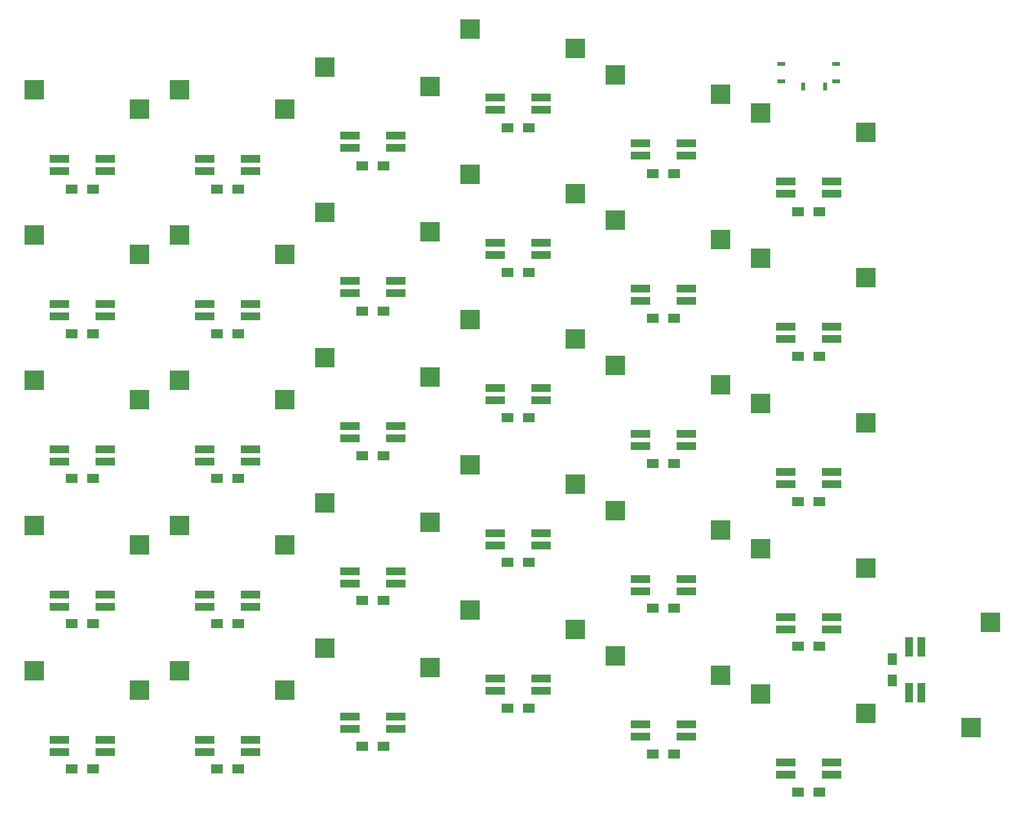
<source format=gbr>
G04 #@! TF.GenerationSoftware,KiCad,Pcbnew,(5.1.4)-1*
G04 #@! TF.CreationDate,2021-09-26T17:53:05-04:00*
G04 #@! TF.ProjectId,splitreus,73706c69-7472-4657-9573-2e6b69636164,1*
G04 #@! TF.SameCoordinates,Original*
G04 #@! TF.FileFunction,Paste,Top*
G04 #@! TF.FilePolarity,Positive*
%FSLAX46Y46*%
G04 Gerber Fmt 4.6, Leading zero omitted, Abs format (unit mm)*
G04 Created by KiCad (PCBNEW (5.1.4)-1) date 2021-09-26 17:53:05*
%MOMM*%
%LPD*%
G04 APERTURE LIST*
%ADD10R,1.100000X0.600000*%
%ADD11R,1.000000X0.600000*%
%ADD12R,0.600000X1.000000*%
%ADD13R,2.500000X2.550000*%
%ADD14R,2.550000X2.500000*%
%ADD15R,1.000000X2.500000*%
%ADD16R,2.500000X1.000000*%
%ADD17R,1.200000X1.600000*%
%ADD18R,1.600000X1.200000*%
G04 APERTURE END LIST*
D10*
X91650000Y6219000D03*
D11*
X91650000Y8495000D03*
D10*
X98850000Y8495000D03*
D11*
X98850000Y6209000D03*
D12*
X97450000Y5502000D03*
X94550000Y5502000D03*
D13*
X116540000Y-78560000D03*
X119080000Y-64710000D03*
D14*
X102810000Y-57610000D03*
X88960000Y-55070000D03*
X102810000Y-38560000D03*
X88960000Y-36020000D03*
X102810000Y-19510000D03*
X88960000Y-16970000D03*
X102810000Y-460000D03*
X88960000Y2080000D03*
X83760000Y-71660000D03*
X69910000Y-69120000D03*
X83760000Y-52610000D03*
X69910000Y-50070000D03*
X83760000Y-33560000D03*
X69910000Y-31020000D03*
X83760000Y-14510000D03*
X69910000Y-11970000D03*
X83760000Y4540000D03*
X69910000Y7080000D03*
X64710000Y-65660000D03*
X50860000Y-63120000D03*
X64710000Y-46610000D03*
X50860000Y-44070000D03*
X64710000Y-27560000D03*
X50860000Y-25020000D03*
X64710000Y-8510000D03*
X50860000Y-5970000D03*
X64710000Y10540000D03*
X50860000Y13080000D03*
X45660000Y-70660000D03*
X31810000Y-68120000D03*
X45660000Y-51610000D03*
X31810000Y-49070000D03*
X45660000Y-32560000D03*
X31810000Y-30020000D03*
X45660000Y-13510000D03*
X31810000Y-10970000D03*
X45660000Y5540000D03*
X31810000Y8080000D03*
X26610000Y-73660000D03*
X12760000Y-71120000D03*
X26610000Y-54610000D03*
X12760000Y-52070000D03*
X26610000Y-35560000D03*
X12760000Y-33020000D03*
X26610000Y-16510000D03*
X12760000Y-13970000D03*
X26610000Y2540000D03*
X12760000Y5080000D03*
X7560000Y-73660000D03*
X-6290000Y-71120000D03*
X7560000Y-54610000D03*
X-6290000Y-52070000D03*
X7560000Y-35560000D03*
X-6290000Y-33020000D03*
X7560000Y-16510000D03*
X-6290000Y-13970000D03*
X7560000Y2540000D03*
X-6290000Y5080000D03*
X102810000Y-76660000D03*
X88960000Y-74120000D03*
D15*
X110050000Y-74000000D03*
X108450000Y-74000000D03*
X108450000Y-68000000D03*
X110050000Y-68000000D03*
D16*
X98250000Y-83150000D03*
X98250000Y-84750000D03*
X92250000Y-84750000D03*
X92250000Y-83150000D03*
X98250000Y-64100000D03*
X98250000Y-65700000D03*
X92250000Y-65700000D03*
X92250000Y-64100000D03*
X98250000Y-45050000D03*
X98250000Y-46650000D03*
X92250000Y-46650000D03*
X92250000Y-45050000D03*
X98250000Y-26000000D03*
X98250000Y-27600000D03*
X92250000Y-27600000D03*
X92250000Y-26000000D03*
X98250000Y-6950000D03*
X98250000Y-8550000D03*
X92250000Y-8550000D03*
X92250000Y-6950000D03*
X79200000Y-78150000D03*
X79200000Y-79750000D03*
X73200000Y-79750000D03*
X73200000Y-78150000D03*
X79200000Y-59100000D03*
X79200000Y-60700000D03*
X73200000Y-60700000D03*
X73200000Y-59100000D03*
X79200000Y-40050000D03*
X79200000Y-41650000D03*
X73200000Y-41650000D03*
X73200000Y-40050000D03*
X79200000Y-21000000D03*
X79200000Y-22600000D03*
X73200000Y-22600000D03*
X73200000Y-21000000D03*
X79200000Y-1950000D03*
X79200000Y-3550000D03*
X73200000Y-3550000D03*
X73200000Y-1950000D03*
X60150000Y-72150000D03*
X60150000Y-73750000D03*
X54150000Y-73750000D03*
X54150000Y-72150000D03*
X60150000Y-53100000D03*
X60150000Y-54700000D03*
X54150000Y-54700000D03*
X54150000Y-53100000D03*
X60150000Y-34050000D03*
X60150000Y-35650000D03*
X54150000Y-35650000D03*
X54150000Y-34050000D03*
X60150000Y-15000000D03*
X60150000Y-16600000D03*
X54150000Y-16600000D03*
X54150000Y-15000000D03*
X60150000Y4050000D03*
X60150000Y2450000D03*
X54150000Y2450000D03*
X54150000Y4050000D03*
X41100000Y-77150000D03*
X41100000Y-78750000D03*
X35100000Y-78750000D03*
X35100000Y-77150000D03*
X41100000Y-58100000D03*
X41100000Y-59700000D03*
X35100000Y-59700000D03*
X35100000Y-58100000D03*
X41100000Y-39050000D03*
X41100000Y-40650000D03*
X35100000Y-40650000D03*
X35100000Y-39050000D03*
X41100000Y-20000000D03*
X41100000Y-21600000D03*
X35100000Y-21600000D03*
X35100000Y-20000000D03*
X41100000Y-950000D03*
X41100000Y-2550000D03*
X35100000Y-2550000D03*
X35100000Y-950000D03*
X22050000Y-80150000D03*
X22050000Y-81750000D03*
X16050000Y-81750000D03*
X16050000Y-80150000D03*
X22050000Y-61100000D03*
X22050000Y-62700000D03*
X16050000Y-62700000D03*
X16050000Y-61100000D03*
X22050000Y-42050000D03*
X22050000Y-43650000D03*
X16050000Y-43650000D03*
X16050000Y-42050000D03*
X22050000Y-23000000D03*
X22050000Y-24600000D03*
X16050000Y-24600000D03*
X16050000Y-23000000D03*
X22050000Y-3950000D03*
X22050000Y-5550000D03*
X16050000Y-5550000D03*
X16050000Y-3950000D03*
X3000000Y-80150000D03*
X3000000Y-81750000D03*
X-3000000Y-81750000D03*
X-3000000Y-80150000D03*
X3000000Y-61100000D03*
X3000000Y-62700000D03*
X-3000000Y-62700000D03*
X-3000000Y-61100000D03*
X3000000Y-42050000D03*
X3000000Y-43650000D03*
X-3000000Y-43650000D03*
X-3000000Y-42050000D03*
X3000000Y-23000000D03*
X3000000Y-24600000D03*
X-3000000Y-24600000D03*
X-3000000Y-23000000D03*
X3000000Y-3950000D03*
X3000000Y-5550000D03*
X-3000000Y-5550000D03*
X-3000000Y-3950000D03*
D17*
X106278000Y-72400000D03*
X106278000Y-69600000D03*
D18*
X96650000Y-87000000D03*
X93850000Y-87000000D03*
X96650000Y-67900000D03*
X93850000Y-67900000D03*
X96650000Y-48900000D03*
X93850000Y-48900000D03*
X96650000Y-29900000D03*
X93850000Y-29900000D03*
X96650000Y-10900000D03*
X93850000Y-10900000D03*
X77600000Y-82000000D03*
X74800000Y-82000000D03*
X77600000Y-62900000D03*
X74800000Y-62900000D03*
X77600000Y-43900000D03*
X74800000Y-43900000D03*
X77600000Y-24900000D03*
X74800000Y-24900000D03*
X77600000Y-5900000D03*
X74800000Y-5900000D03*
X58550000Y-76000000D03*
X55750000Y-76000000D03*
X58550000Y-56900000D03*
X55750000Y-56900000D03*
X58550000Y-37900000D03*
X55750000Y-37900000D03*
X58550000Y-18900000D03*
X55750000Y-18900000D03*
X58550000Y100000D03*
X55750000Y100000D03*
X39500000Y-81000000D03*
X36700000Y-81000000D03*
X39500000Y-61900000D03*
X36700000Y-61900000D03*
X39500000Y-42900000D03*
X36700000Y-42900000D03*
X39500000Y-23900000D03*
X36700000Y-23900000D03*
X39500000Y-4900000D03*
X36700000Y-4900000D03*
X20450000Y-84000000D03*
X17650000Y-84000000D03*
X20450000Y-64900000D03*
X17650000Y-64900000D03*
X20450000Y-45900000D03*
X17650000Y-45900000D03*
X20450000Y-26900000D03*
X17650000Y-26900000D03*
X20450000Y-7900000D03*
X17650000Y-7900000D03*
X1400000Y-84000000D03*
X-1400000Y-84000000D03*
X1400000Y-64950000D03*
X-1400000Y-64950000D03*
X1400000Y-45900000D03*
X-1400000Y-45900000D03*
X1400000Y-26900000D03*
X-1400000Y-26900000D03*
X1400000Y-7900000D03*
X-1400000Y-7900000D03*
M02*

</source>
